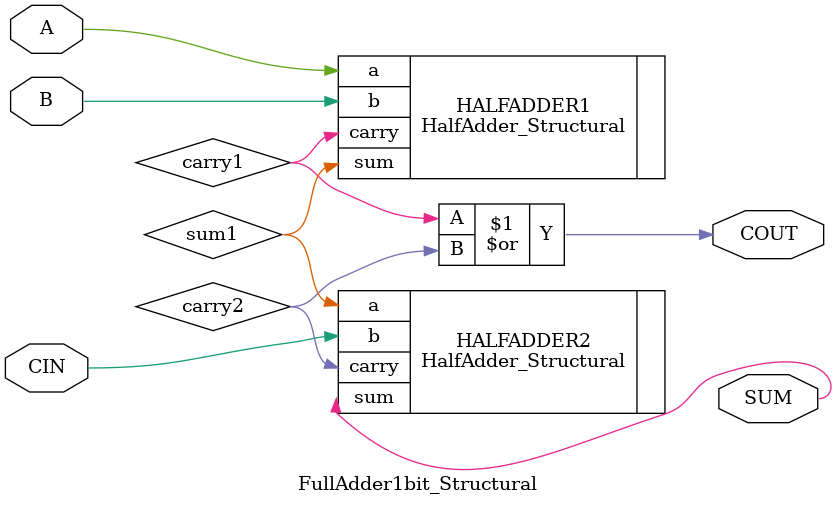
<source format=v>
module FullAdder1bit_Structural(
		input A ,
		input B ,
		input CIN,
		output SUM ,
		output COUT
	);

	wire sum1;
	wire carry1;
	wire carry2;


	//Instantiate HalfAdder
	HalfAdder_Structural HALFADDER1(
		.a(A),
		.b(B),
		.sum(sum1),
		.carry(carry1)
	);

	HalfAdder_Structural HALFADDER2(
		.a(sum1),
		.b(CIN),
		.sum(SUM),
		.carry(carry2)
	);

	or OR1(COUT , carry1 , carry2);
endmodule

</source>
